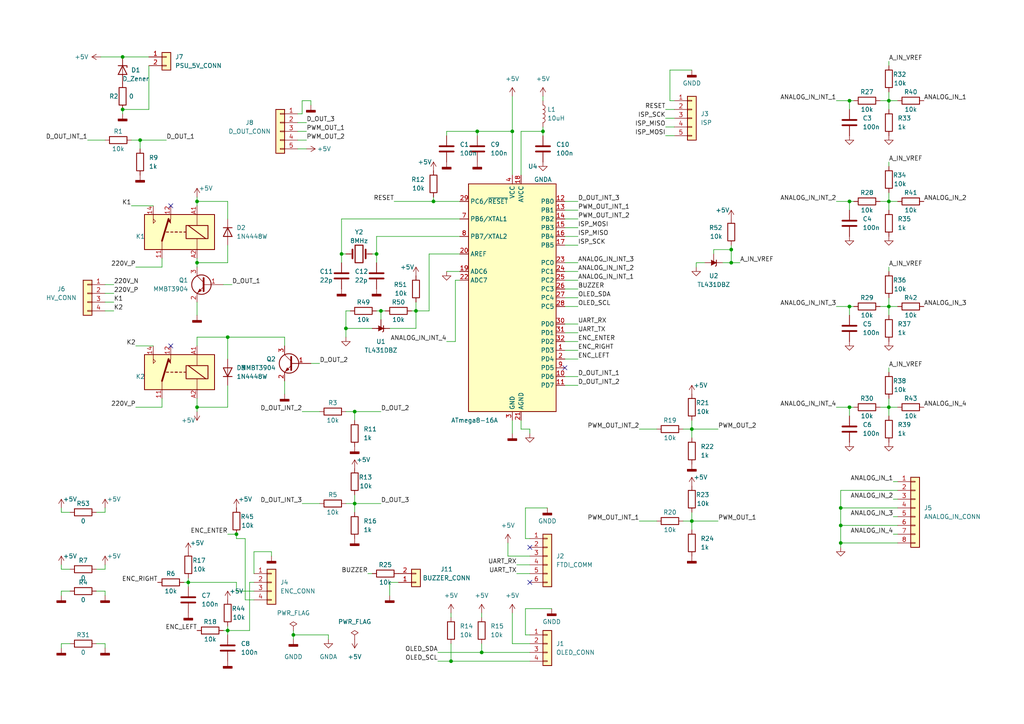
<source format=kicad_sch>
(kicad_sch (version 20211123) (generator eeschema)
  (paper "A4")
  (junction (at 102.87 146.05))
  (junction (at 54.61 168.91))
  (junction (at 246.38 29.21))
  (junction (at 139.7 189.23))
  (junction (at 212.09 76.2))
  (junction (at 68.58 154.94))
  (junction (at 35.56 16.51))
  (junction (at 257.81 58.42))
  (junction (at 246.38 88.9))
  (junction (at 200.66 151.13))
  (junction (at 243.84 147.32))
  (junction (at 246.38 58.42))
  (junction (at 200.66 124.46))
  (junction (at 246.38 118.11))
  (junction (at 99.06 73.66))
  (junction (at 109.22 73.66))
  (junction (at 157.48 38.1))
  (junction (at 110.49 90.17))
  (junction (at 257.81 29.21))
  (junction (at 130.81 191.77))
  (junction (at 100.33 95.25))
  (junction (at 66.04 97.79))
  (junction (at 120.65 90.17))
  (junction (at 257.81 88.9))
  (junction (at 57.15 118.11))
  (junction (at 148.59 38.1))
  (junction (at 125.73 58.42))
  (junction (at 66.04 182.88))
  (junction (at 40.64 40.64))
  (junction (at 138.43 38.1))
  (junction (at 102.87 119.38))
  (junction (at 35.56 31.75))
  (junction (at 257.81 118.11))
  (junction (at 212.09 72.39))
  (junction (at 243.84 152.4))
  (junction (at 85.09 184.15))
  (junction (at 243.84 157.48))
  (junction (at 57.15 76.2))
  (junction (at 57.15 58.42))
  (no_connect (at 153.67 158.75))
  (no_connect (at 153.67 168.91))
  (no_connect (at 49.53 59.69))
  (no_connect (at 49.53 100.33))
  (no_connect (at 163.83 106.68))
  (wire (pts (xy 246.38 120.65) (xy 246.38 118.11)))
  (wire (pts (xy 113.03 168.91) (xy 113.03 172.72)))
  (wire (pts (xy 200.66 148.59) (xy 200.66 151.13)))
  (wire (pts (xy 129.54 38.1) (xy 138.43 38.1)))
  (wire (pts (xy 163.83 88.9) (xy 167.64 88.9)))
  (wire (pts (xy 102.87 146.05) (xy 102.87 148.59)))
  (wire (pts (xy 129.54 78.74) (xy 133.35 78.74)))
  (wire (pts (xy 100.33 90.17) (xy 101.6 90.17)))
  (wire (pts (xy 71.12 173.99) (xy 71.12 156.21)))
  (wire (pts (xy 86.36 38.1) (xy 88.9 38.1)))
  (wire (pts (xy 72.39 168.91) (xy 73.66 168.91)))
  (wire (pts (xy 243.84 147.32) (xy 243.84 152.4)))
  (wire (pts (xy 163.83 104.14) (xy 167.64 104.14)))
  (wire (pts (xy 66.04 118.11) (xy 57.15 118.11)))
  (wire (pts (xy 35.56 31.75) (xy 35.56 33.02)))
  (wire (pts (xy 129.54 99.06) (xy 132.08 99.06)))
  (wire (pts (xy 66.04 76.2) (xy 57.15 76.2)))
  (wire (pts (xy 257.81 58.42) (xy 257.81 60.96)))
  (wire (pts (xy 40.64 40.64) (xy 48.26 40.64)))
  (wire (pts (xy 125.73 58.42) (xy 133.35 58.42)))
  (wire (pts (xy 20.32 171.45) (xy 17.78 171.45)))
  (wire (pts (xy 54.61 167.64) (xy 54.61 168.91)))
  (wire (pts (xy 72.39 182.88) (xy 66.04 182.88)))
  (wire (pts (xy 163.83 96.52) (xy 167.64 96.52)))
  (wire (pts (xy 132.08 81.28) (xy 132.08 99.06)))
  (wire (pts (xy 87.63 33.02) (xy 87.63 29.21)))
  (wire (pts (xy 148.59 27.94) (xy 148.59 38.1)))
  (wire (pts (xy 151.13 50.8) (xy 151.13 38.1)))
  (wire (pts (xy 130.81 191.77) (xy 153.67 191.77)))
  (wire (pts (xy 132.08 81.28) (xy 133.35 81.28)))
  (wire (pts (xy 90.17 29.21) (xy 90.17 30.48)))
  (wire (pts (xy 246.38 60.96) (xy 246.38 58.42)))
  (wire (pts (xy 100.33 95.25) (xy 100.33 90.17)))
  (wire (pts (xy 73.66 160.02) (xy 78.74 160.02)))
  (wire (pts (xy 27.94 165.1) (xy 30.48 165.1)))
  (wire (pts (xy 43.18 19.05) (xy 43.18 31.75)))
  (wire (pts (xy 72.39 168.91) (xy 72.39 182.88)))
  (wire (pts (xy 246.38 29.21) (xy 247.65 29.21)))
  (wire (pts (xy 66.04 111.76) (xy 66.04 118.11)))
  (wire (pts (xy 198.12 151.13) (xy 200.66 151.13)))
  (wire (pts (xy 163.83 93.98) (xy 167.64 93.98)))
  (wire (pts (xy 57.15 58.42) (xy 57.15 59.69)))
  (wire (pts (xy 193.04 36.83) (xy 195.58 36.83)))
  (wire (pts (xy 157.48 29.21) (xy 157.48 27.94)))
  (wire (pts (xy 130.81 177.8) (xy 130.81 179.07)))
  (wire (pts (xy 66.04 182.88) (xy 66.04 184.15)))
  (wire (pts (xy 30.48 87.63) (xy 33.02 87.63)))
  (wire (pts (xy 133.35 73.66) (xy 124.46 73.66)))
  (wire (pts (xy 57.15 57.15) (xy 57.15 58.42)))
  (wire (pts (xy 109.22 90.17) (xy 110.49 90.17)))
  (wire (pts (xy 78.74 160.02) (xy 78.74 161.29)))
  (wire (pts (xy 139.7 177.8) (xy 139.7 179.07)))
  (wire (pts (xy 163.83 60.96) (xy 167.64 60.96)))
  (wire (pts (xy 257.81 29.21) (xy 260.35 29.21)))
  (wire (pts (xy 139.7 186.69) (xy 139.7 189.23)))
  (wire (pts (xy 73.66 166.37) (xy 73.66 160.02)))
  (wire (pts (xy 242.57 118.11) (xy 246.38 118.11)))
  (wire (pts (xy 20.32 186.69) (xy 17.78 186.69)))
  (wire (pts (xy 185.42 124.46) (xy 190.5 124.46)))
  (wire (pts (xy 115.57 168.91) (xy 113.03 168.91)))
  (wire (pts (xy 130.81 191.77) (xy 127 191.77)))
  (wire (pts (xy 130.81 186.69) (xy 130.81 191.77)))
  (wire (pts (xy 40.64 40.64) (xy 40.64 43.18)))
  (wire (pts (xy 86.36 43.18) (xy 88.9 43.18)))
  (wire (pts (xy 17.78 186.69) (xy 17.78 187.96)))
  (wire (pts (xy 120.65 95.25) (xy 120.65 90.17)))
  (wire (pts (xy 35.56 16.51) (xy 43.18 16.51)))
  (wire (pts (xy 120.65 87.63) (xy 120.65 90.17)))
  (wire (pts (xy 82.55 110.49) (xy 82.55 114.3)))
  (wire (pts (xy 54.61 168.91) (xy 54.61 170.18)))
  (wire (pts (xy 259.08 154.94) (xy 260.35 154.94)))
  (wire (pts (xy 125.73 57.15) (xy 125.73 58.42)))
  (wire (pts (xy 64.77 182.88) (xy 66.04 182.88)))
  (wire (pts (xy 17.78 171.45) (xy 17.78 172.72)))
  (wire (pts (xy 30.48 90.17) (xy 33.02 90.17)))
  (wire (pts (xy 257.81 46.99) (xy 257.81 48.26)))
  (wire (pts (xy 200.66 151.13) (xy 200.66 153.67)))
  (wire (pts (xy 163.83 86.36) (xy 167.64 86.36)))
  (wire (pts (xy 167.64 111.76) (xy 163.83 111.76)))
  (wire (pts (xy 73.66 171.45) (xy 68.58 171.45)))
  (wire (pts (xy 54.61 168.91) (xy 68.58 168.91)))
  (wire (pts (xy 129.54 39.37) (xy 129.54 38.1)))
  (wire (pts (xy 259.08 149.86) (xy 260.35 149.86)))
  (wire (pts (xy 207.01 72.39) (xy 212.09 72.39)))
  (wire (pts (xy 109.22 73.66) (xy 109.22 76.2)))
  (wire (pts (xy 151.13 121.92) (xy 151.13 124.46)))
  (wire (pts (xy 257.81 26.67) (xy 257.81 29.21)))
  (wire (pts (xy 193.04 39.37) (xy 195.58 39.37)))
  (wire (pts (xy 29.21 16.51) (xy 35.56 16.51)))
  (wire (pts (xy 102.87 119.38) (xy 110.49 119.38)))
  (wire (pts (xy 194.31 20.32) (xy 200.66 20.32)))
  (wire (pts (xy 246.38 88.9) (xy 247.65 88.9)))
  (wire (pts (xy 66.04 58.42) (xy 57.15 58.42)))
  (wire (pts (xy 260.35 147.32) (xy 243.84 147.32)))
  (wire (pts (xy 57.15 100.33) (xy 57.15 97.79)))
  (wire (pts (xy 66.04 63.5) (xy 66.04 58.42)))
  (wire (pts (xy 30.48 186.69) (xy 30.48 187.96)))
  (wire (pts (xy 200.66 124.46) (xy 208.28 124.46)))
  (wire (pts (xy 260.35 152.4) (xy 243.84 152.4)))
  (wire (pts (xy 99.06 73.66) (xy 99.06 76.2)))
  (wire (pts (xy 259.08 139.7) (xy 260.35 139.7)))
  (wire (pts (xy 163.83 76.2) (xy 167.64 76.2)))
  (wire (pts (xy 200.66 124.46) (xy 200.66 127)))
  (wire (pts (xy 30.48 165.1) (xy 30.48 163.83)))
  (wire (pts (xy 86.36 40.64) (xy 88.9 40.64)))
  (wire (pts (xy 257.81 115.57) (xy 257.81 118.11)))
  (wire (pts (xy 38.1 40.64) (xy 40.64 40.64)))
  (wire (pts (xy 257.81 58.42) (xy 260.35 58.42)))
  (wire (pts (xy 148.59 50.8) (xy 148.59 38.1)))
  (wire (pts (xy 119.38 90.17) (xy 120.65 90.17)))
  (wire (pts (xy 255.27 118.11) (xy 257.81 118.11)))
  (wire (pts (xy 86.36 35.56) (xy 88.9 35.56)))
  (wire (pts (xy 242.57 58.42) (xy 246.38 58.42)))
  (wire (pts (xy 198.12 124.46) (xy 200.66 124.46)))
  (wire (pts (xy 260.35 157.48) (xy 243.84 157.48)))
  (wire (pts (xy 95.25 185.42) (xy 95.25 184.15)))
  (wire (pts (xy 163.83 71.12) (xy 167.64 71.12)))
  (wire (pts (xy 25.4 40.64) (xy 30.48 40.64)))
  (wire (pts (xy 163.83 81.28) (xy 167.64 81.28)))
  (wire (pts (xy 147.32 161.29) (xy 147.32 157.48)))
  (wire (pts (xy 99.06 63.5) (xy 99.06 73.66)))
  (wire (pts (xy 153.67 156.21) (xy 152.4 156.21)))
  (wire (pts (xy 87.63 146.05) (xy 92.71 146.05)))
  (wire (pts (xy 102.87 146.05) (xy 110.49 146.05)))
  (wire (pts (xy 163.83 99.06) (xy 167.64 99.06)))
  (wire (pts (xy 133.35 68.58) (xy 109.22 68.58)))
  (wire (pts (xy 99.06 63.5) (xy 133.35 63.5)))
  (wire (pts (xy 259.08 144.78) (xy 260.35 144.78)))
  (wire (pts (xy 30.48 82.55) (xy 33.02 82.55)))
  (wire (pts (xy 148.59 121.92) (xy 148.59 125.73)))
  (wire (pts (xy 193.04 34.29) (xy 195.58 34.29)))
  (wire (pts (xy 243.84 142.24) (xy 243.84 147.32)))
  (wire (pts (xy 17.78 148.59) (xy 20.32 148.59)))
  (wire (pts (xy 27.94 186.69) (xy 30.48 186.69)))
  (wire (pts (xy 43.18 31.75) (xy 35.56 31.75)))
  (wire (pts (xy 57.15 118.11) (xy 57.15 119.38)))
  (wire (pts (xy 53.34 168.91) (xy 54.61 168.91)))
  (wire (pts (xy 17.78 147.32) (xy 17.78 148.59)))
  (wire (pts (xy 148.59 177.8) (xy 148.59 186.69)))
  (wire (pts (xy 157.48 38.1) (xy 157.48 39.37)))
  (wire (pts (xy 85.09 184.15) (xy 85.09 185.42)))
  (wire (pts (xy 87.63 29.21) (xy 90.17 29.21)))
  (wire (pts (xy 257.81 77.47) (xy 257.81 78.74)))
  (wire (pts (xy 163.83 58.42) (xy 167.64 58.42)))
  (wire (pts (xy 39.37 77.47) (xy 46.99 77.47)))
  (wire (pts (xy 152.4 156.21) (xy 152.4 147.32)))
  (wire (pts (xy 46.99 77.47) (xy 46.99 74.93)))
  (wire (pts (xy 152.4 184.15) (xy 153.67 184.15)))
  (wire (pts (xy 124.46 73.66) (xy 124.46 90.17)))
  (wire (pts (xy 163.83 78.74) (xy 167.64 78.74)))
  (wire (pts (xy 57.15 87.63) (xy 57.15 91.44)))
  (wire (pts (xy 66.04 181.61) (xy 66.04 182.88)))
  (wire (pts (xy 257.81 118.11) (xy 257.81 120.65)))
  (wire (pts (xy 204.47 76.2) (xy 201.93 76.2)))
  (wire (pts (xy 246.38 91.44) (xy 246.38 88.9)))
  (wire (pts (xy 110.49 90.17) (xy 110.49 92.71)))
  (wire (pts (xy 257.81 17.78) (xy 257.81 19.05)))
  (wire (pts (xy 152.4 176.53) (xy 160.02 176.53)))
  (wire (pts (xy 46.99 118.11) (xy 46.99 115.57)))
  (wire (pts (xy 113.03 95.25) (xy 120.65 95.25)))
  (wire (pts (xy 99.06 73.66) (xy 100.33 73.66)))
  (wire (pts (xy 100.33 146.05) (xy 102.87 146.05)))
  (wire (pts (xy 82.55 97.79) (xy 82.55 100.33)))
  (wire (pts (xy 57.15 115.57) (xy 57.15 118.11)))
  (wire (pts (xy 148.59 186.69) (xy 153.67 186.69)))
  (wire (pts (xy 106.68 166.37) (xy 107.95 166.37)))
  (wire (pts (xy 212.09 71.12) (xy 212.09 72.39)))
  (wire (pts (xy 30.48 85.09) (xy 33.02 85.09)))
  (wire (pts (xy 85.09 182.88) (xy 85.09 184.15)))
  (wire (pts (xy 163.83 83.82) (xy 167.64 83.82)))
  (wire (pts (xy 68.58 156.21) (xy 68.58 154.94)))
  (wire (pts (xy 114.3 58.42) (xy 125.73 58.42)))
  (wire (pts (xy 27.94 148.59) (xy 30.48 148.59)))
  (wire (pts (xy 200.66 121.92) (xy 200.66 124.46)))
  (wire (pts (xy 195.58 29.21) (xy 194.31 29.21)))
  (wire (pts (xy 90.17 105.41) (xy 92.71 105.41)))
  (wire (pts (xy 243.84 152.4) (xy 243.84 157.48)))
  (wire (pts (xy 100.33 119.38) (xy 102.87 119.38)))
  (wire (pts (xy 64.77 82.55) (xy 67.31 82.55)))
  (wire (pts (xy 246.38 118.11) (xy 247.65 118.11)))
  (wire (pts (xy 257.81 86.36) (xy 257.81 88.9)))
  (wire (pts (xy 257.81 29.21) (xy 257.81 31.75)))
  (wire (pts (xy 38.1 59.69) (xy 44.45 59.69)))
  (wire (pts (xy 200.66 151.13) (xy 208.28 151.13)))
  (wire (pts (xy 57.15 97.79) (xy 66.04 97.79)))
  (wire (pts (xy 66.04 154.94) (xy 68.58 154.94)))
  (wire (pts (xy 212.09 72.39) (xy 212.09 76.2)))
  (wire (pts (xy 66.04 97.79) (xy 66.04 104.14)))
  (wire (pts (xy 149.86 166.37) (xy 153.67 166.37)))
  (wire (pts (xy 27.94 171.45) (xy 30.48 171.45)))
  (wire (pts (xy 17.78 165.1) (xy 20.32 165.1)))
  (wire (pts (xy 246.38 31.75) (xy 246.38 29.21)))
  (wire (pts (xy 163.83 101.6) (xy 167.64 101.6)))
  (wire (pts (xy 152.4 176.53) (xy 152.4 184.15)))
  (wire (pts (xy 127 189.23) (xy 139.7 189.23)))
  (wire (pts (xy 124.46 90.17) (xy 120.65 90.17)))
  (wire (pts (xy 255.27 29.21) (xy 257.81 29.21)))
  (wire (pts (xy 157.48 36.83) (xy 157.48 38.1)))
  (wire (pts (xy 207.01 73.66) (xy 207.01 72.39)))
  (wire (pts (xy 163.83 66.04) (xy 167.64 66.04)))
  (wire (pts (xy 151.13 38.1) (xy 157.48 38.1)))
  (wire (pts (xy 87.63 119.38) (xy 92.71 119.38)))
  (wire (pts (xy 243.84 157.48) (xy 243.84 158.75)))
  (wire (pts (xy 107.95 73.66) (xy 109.22 73.66)))
  (wire (pts (xy 107.95 95.25) (xy 100.33 95.25)))
  (wire (pts (xy 201.93 76.2) (xy 201.93 77.47)))
  (wire (pts (xy 255.27 58.42) (xy 257.81 58.42)))
  (wire (pts (xy 257.81 88.9) (xy 260.35 88.9)))
  (wire (pts (xy 257.81 55.88) (xy 257.81 58.42)))
  (wire (pts (xy 163.83 63.5) (xy 167.64 63.5)))
  (wire (pts (xy 110.49 90.17) (xy 111.76 90.17)))
  (wire (pts (xy 102.87 119.38) (xy 102.87 121.92)))
  (wire (pts (xy 138.43 38.1) (xy 138.43 39.37)))
  (wire (pts (xy 71.12 156.21) (xy 68.58 156.21)))
  (wire (pts (xy 138.43 38.1) (xy 148.59 38.1)))
  (wire (pts (xy 212.09 76.2) (xy 209.55 76.2)))
  (wire (pts (xy 194.31 29.21) (xy 194.31 20.32)))
  (wire (pts (xy 153.67 161.29) (xy 147.32 161.29)))
  (wire (pts (xy 260.35 142.24) (xy 243.84 142.24)))
  (wire (pts (xy 163.83 109.22) (xy 167.64 109.22)))
  (wire (pts (xy 39.37 118.11) (xy 46.99 118.11)))
  (wire (pts (xy 185.42 151.13) (xy 190.5 151.13)))
  (wire (pts (xy 163.83 68.58) (xy 167.64 68.58)))
  (wire (pts (xy 30.48 171.45) (xy 30.48 172.72)))
  (wire (pts (xy 85.09 184.15) (xy 95.25 184.15)))
  (wire (pts (xy 100.33 95.25) (xy 100.33 97.79)))
  (wire (pts (xy 73.66 173.99) (xy 71.12 173.99)))
  (wire (pts (xy 257.81 118.11) (xy 260.35 118.11)))
  (wire (pts (xy 139.7 189.23) (xy 153.67 189.23)))
  (wire (pts (xy 102.87 143.51) (xy 102.87 146.05)))
  (wire (pts (xy 152.4 147.32) (xy 158.75 147.32)))
  (wire (pts (xy 246.38 58.42) (xy 247.65 58.42)))
  (wire (pts (xy 57.15 76.2) (xy 57.15 74.93)))
  (wire (pts (xy 257.81 106.68) (xy 257.81 107.95)))
  (wire (pts (xy 153.67 124.46) (xy 153.67 125.73)))
  (wire (pts (xy 68.58 171.45) (xy 68.58 168.91)))
  (wire (pts (xy 39.37 100.33) (xy 44.45 100.33)))
  (wire (pts (xy 193.04 31.75) (xy 195.58 31.75)))
  (wire (pts (xy 66.04 97.79) (xy 82.55 97.79)))
  (wire (pts (xy 149.86 163.83) (xy 153.67 163.83)))
  (wire (pts (xy 242.57 88.9) (xy 246.38 88.9)))
  (wire (pts (xy 109.22 68.58) (xy 109.22 73.66)))
  (wire (pts (xy 86.36 33.02) (xy 87.63 33.02)))
  (wire (pts (xy 151.13 124.46) (xy 153.67 124.46)))
  (wire (pts (xy 30.48 148.59) (xy 30.48 147.32)))
  (wire (pts (xy 57.15 76.2) (xy 57.15 77.47)))
  (wire (pts (xy 66.04 71.12) (xy 66.04 76.2)))
  (wire (pts (xy 255.27 88.9) (xy 257.81 88.9)))
  (wire (pts (xy 212.09 76.2) (xy 214.63 76.2)))
  (wire (pts (xy 242.57 29.21) (xy 246.38 29.21)))
  (wire (pts (xy 17.78 163.83) (xy 17.78 165.1)))
  (wire (pts (xy 257.81 88.9) (xy 257.81 91.44)))
  (label "UART_RX" (at 149.86 163.83 180))
  (label "ISP_MISO" (at 167.64 68.58 0))
  (label "PWM_OUT_1" (at 208.28 151.13 0))
  (label "ANALOG_IN_INT_3" (at 242.57 88.9 180))
  (label "ANALOG_IN_INT_1" (at 167.64 81.28 0))
  (label "UART_TX" (at 149.86 166.37 180))
  (label "ANALOG_IN_3" (at 267.97 88.9 0))
  (label "ENC_ENTER" (at 167.64 99.06 0))
  (label "A_IN_VREF" (at 257.81 106.68 0))
  (label "ANALOG_IN_4" (at 267.97 118.11 0))
  (label "A_IN_VREF" (at 257.81 17.78 0))
  (label "PWM_OUT_INT_1" (at 185.42 151.13 180))
  (label "RESET" (at 114.3 58.42 180))
  (label "PWM_OUT_1" (at 88.9 38.1 0))
  (label "ENC_ENTER" (at 66.04 154.94 180))
  (label "UART_TX" (at 167.64 96.52 0))
  (label "ANALOG_IN_INT_3" (at 167.64 76.2 0))
  (label "A_IN_VREF" (at 214.63 76.2 0))
  (label "RESET" (at 193.04 31.75 180))
  (label "D_OUT_3" (at 110.49 146.05 0))
  (label "ANALOG_IN_2" (at 259.08 144.78 180))
  (label "UART_RX" (at 167.64 93.98 0))
  (label "D_OUT_INT_1" (at 25.4 40.64 180))
  (label "ANALOG_IN_2" (at 267.97 58.42 0))
  (label "ANALOG_IN_INT_4" (at 129.54 99.06 180))
  (label "ISP_MISO" (at 193.04 36.83 180))
  (label "D_OUT_2" (at 92.71 105.41 0))
  (label "D_OUT_INT_2" (at 167.64 111.76 0))
  (label "OLED_SDA" (at 127 189.23 180))
  (label "K2" (at 33.02 90.17 0))
  (label "PWM_OUT_INT_2" (at 167.64 63.5 0))
  (label "OLED_SCL" (at 127 191.77 180))
  (label "OLED_SDA" (at 167.64 86.36 0))
  (label "ISP_MOSI" (at 193.04 39.37 180))
  (label "ISP_SCK" (at 193.04 34.29 180))
  (label "220V_P" (at 39.37 118.11 180))
  (label "A_IN_VREF" (at 257.81 46.99 0))
  (label "ENC_RIGHT" (at 45.72 168.91 180))
  (label "220V_P" (at 33.02 85.09 0))
  (label "D_OUT_INT_2" (at 87.63 119.38 180))
  (label "PWM_OUT_2" (at 88.9 40.64 0))
  (label "ISP_MOSI" (at 167.64 66.04 0))
  (label "OLED_SCL" (at 167.64 88.9 0))
  (label "ANALOG_IN_4" (at 259.08 154.94 180))
  (label "ANALOG_IN_INT_4" (at 242.57 118.11 180))
  (label "ENC_LEFT" (at 57.15 182.88 180))
  (label "D_OUT_2" (at 110.49 119.38 0))
  (label "ANALOG_IN_INT_2" (at 242.57 58.42 180))
  (label "K2" (at 39.37 100.33 180))
  (label "K1" (at 38.1 59.69 180))
  (label "ANALOG_IN_INT_1" (at 242.57 29.21 180))
  (label "ANALOG_IN_INT_2" (at 167.64 78.74 0))
  (label "A_IN_VREF" (at 257.81 77.47 0))
  (label "D_OUT_1" (at 67.31 82.55 0))
  (label "D_OUT_INT_3" (at 167.64 58.42 0))
  (label "D_OUT_3" (at 88.9 35.56 0))
  (label "ANALOG_IN_3" (at 259.08 149.86 180))
  (label "PWM_OUT_2" (at 208.28 124.46 0))
  (label "ANALOG_IN_1" (at 259.08 139.7 180))
  (label "BUZZER" (at 167.64 83.82 0))
  (label "PWM_OUT_INT_2" (at 185.42 124.46 180))
  (label "D_OUT_INT_3" (at 87.63 146.05 180))
  (label "BUZZER" (at 106.68 166.37 180))
  (label "PWM_OUT_INT_1" (at 167.64 60.96 0))
  (label "ISP_SCK" (at 167.64 71.12 0))
  (label "ENC_LEFT" (at 167.64 104.14 0))
  (label "ENC_RIGHT" (at 167.64 101.6 0))
  (label "220V_N" (at 33.02 82.55 0))
  (label "D_OUT_1" (at 48.26 40.64 0))
  (label "D_OUT_INT_1" (at 167.64 109.22 0))
  (label "220V_P" (at 39.37 77.47 180))
  (label "ANALOG_IN_1" (at 267.97 29.21 0))
  (label "K1" (at 33.02 87.63 0))
  (symbol (lib_id "Device:R") (at 125.73 53.34 0) (mirror y) (unit 1)
    (property "Reference" "R12" (at 123.19 52.0699 0) (effects (justify left)))
    (property "Value" "10k" (at 123.19 54.6099 0) (effects (justify left)))
    (property "Footprint" "Resistor_SMD:R_0805_2012Metric" (effects hide))
  )
  (symbol (lib_id "Device:C") (at 246.38 124.46 0) (unit 1)
    (property "Reference" "C6" (at 250.19 123.1899 0) (effects (justify left)))
    (property "Value" "100n" (at 250.19 125.7299 0) (effects (justify left)))
    (property "Footprint" "Capacitor_SMD:C_0805_2012Metric" (effects hide))
  )
  (symbol (lib_id "Device:R") (at 102.87 139.7 0) (mirror y) (unit 1)
    (property "Reference" "R13" (at 107.95 138.43 0) (effects (justify left)))
    (property "Value" "10k" (at 107.95 140.97 0) (effects (justify left)))
    (property "Footprint" "Resistor_SMD:R_1206_3216Metric" (effects hide))
  )
  (symbol (lib_id "Connector_Generic:Conn_01x08") (at 265.43 147.32 0) (unit 1)
    (property "Reference" "J5" (at 267.97 147.3199 0) (effects (justify left)))
    (property "Value" "ANALOG_IN_CONN" (at 267.97 149.8599 0) (effects (justify left)))
    (property "Footprint" "myLibrary:my_8pin_smd_conn" (effects hide))
  )
  (symbol (lib_id "Relay:FINDER-36.11") (at 52.07 67.31 0) (mirror y) (unit 1)
    (property "Reference" "K1" (at 39.37 68.58 0) (effects (justify right)))
    (property "Value" "FINDER-36.11" (effects hide))
    (property "Footprint" "Relay_THT:Relay_SPDT_Finder_36.11" (effects hide))
    (property "Datasheet" "https://gfinder.findernet.com/public/attachments/36/EN/S36EN.pdf" (effects hide))
  )
  (symbol (lib_id "power:GNDA") (at 246.38 68.58 0) (unit 1)
    (property "Reference" "#PWR034" (effects hide))
    (property "Value" "GNDA" (effects hide))
  )
  (symbol (lib_id "power:GNDA") (at 95.25 185.42 0) (unit 1)
    (property "Reference" "#PWR010" (effects hide))
    (property "Value" "GNDA" (at 95.25 190.5 0))
  )
  (symbol (lib_id "power:+5V") (at 130.81 177.8 0) (unit 1)
    (property "Reference" "#PWR035" (effects hide))
    (property "Value" "+5V" (at 130.81 172.72 0))
  )
  (symbol (lib_id "power:GNDA") (at 153.67 125.73 0) (unit 1)
    (property "Reference" "#PWR068" (effects hide))
    (property "Value" "GNDA" (effects hide))
  )
  (symbol (lib_id "Device:R") (at 34.29 40.64 90) (unit 1)
    (property "Reference" "R1" (at 34.29 38.1 90))
    (property "Value" "10k" (at 34.29 43.18 90))
    (property "Footprint" "Resistor_SMD:R_0805_2012Metric" (effects hide))
  )
  (symbol (lib_id "power:GNDD") (at 57.15 91.44 0) (unit 1)
    (property "Reference" "#PWR012" (effects hide))
    (property "Value" "GNDD" (effects hide))
  )
  (symbol (lib_id "Device:R") (at 40.64 46.99 0) (unit 1)
    (property "Reference" "R9" (at 43.18 45.7199 0) (effects (justify left)))
    (property "Value" "1k" (at 43.18 48.2599 0) (effects (justify left)))
    (property "Footprint" "Resistor_SMD:R_0805_2012Metric" (effects hide))
  )
  (symbol (lib_id "Device:R") (at 96.52 146.05 90) (unit 1)
    (property "Reference" "R5" (at 96.52 143.51 90))
    (property "Value" "10k" (at 96.52 148.59 90))
    (property "Footprint" "Resistor_SMD:R_0805_2012Metric" (effects hide))
  )
  (symbol (lib_id "Device:R") (at 60.96 182.88 90) (unit 1)
    (property "Reference" "R18" (at 60.96 180.34 90))
    (property "Value" "10k" (at 60.96 185.42 90))
    (property "Footprint" "Resistor_SMD:R_0805_2012Metric" (effects hide))
  )
  (symbol (lib_id "Device:R") (at 200.66 157.48 0) (unit 1)
    (property "Reference" "R24" (at 203.2 156.2099 0) (effects (justify left)))
    (property "Value" "1k" (at 203.2 158.7499 0) (effects (justify left)))
    (property "Footprint" "Resistor_SMD:R_0805_2012Metric" (effects hide))
  )
  (symbol (lib_id "Device:R") (at 24.13 171.45 90) (unit 1)
    (property "Reference" "R4" (at 24.13 168.91 90))
    (property "Value" "0" (at 24.13 173.99 90))
    (property "Footprint" "Resistor_SMD:R_1206_3216Metric" (effects hide))
  )
  (symbol (lib_id "Reference_Voltage:TL431DBZ") (at 207.01 76.2 0) (unit 1)
    (property "Reference" "U2" (at 207.01 80.01 0))
    (property "Value" "TL431DBZ" (at 207.01 82.55 0))
    (property "Footprint" "Package_TO_SOT_SMD:SOT-23" (effects hide))
    (property "Datasheet" "http://www.ti.com/lit/ds/symlink/tl431.pdf" (effects hide))
  )
  (symbol (lib_id "power:+5V") (at 212.09 63.5 0) (mirror y) (unit 1)
    (property "Reference" "#PWR047" (effects hide))
    (property "Value" "+5V" (at 209.55 60.96 0))
  )
  (symbol (lib_id "Device:C") (at 99.06 80.01 0) (unit 1)
    (property "Reference" "C11" (at 92.71 78.74 0) (effects (justify left)))
    (property "Value" "22p" (at 92.71 81.28 0) (effects (justify left)))
    (property "Footprint" "Capacitor_SMD:C_0603_1608Metric" (effects hide))
  )
  (symbol (lib_id "Device:R") (at 264.16 88.9 90) (unit 1)
    (property "Reference" "R42" (at 264.16 86.36 90))
    (property "Value" "10k" (at 264.16 91.44 90))
    (property "Footprint" "Resistor_SMD:R_0805_2012Metric" (effects hide))
  )
  (symbol (lib_id "power:GNDD") (at 30.48 172.72 0) (unit 1)
    (property "Reference" "#PWR063" (effects hide))
    (property "Value" "GNDD" (effects hide))
  )
  (symbol (lib_id "power:+5V") (at 102.87 135.89 0) (mirror y) (unit 1)
    (property "Reference" "#PWR011" (effects hide))
    (property "Value" "+5V" (at 105.41 133.35 0))
  )
  (symbol (lib_id "power:+5V") (at 200.66 140.97 0) (mirror y) (unit 1)
    (property "Reference" "#PWR018" (effects hide))
    (property "Value" "+5V" (at 203.2 138.43 0))
  )
  (symbol (lib_id "power:GNDD") (at 99.06 83.82 0) (unit 1)
    (property "Reference" "#PWR040" (effects hide))
    (property "Value" "GNDD" (effects hide))
  )
  (symbol (lib_id "Device:R") (at 251.46 88.9 90) (unit 1)
    (property "Reference" "R29" (at 251.46 86.36 90))
    (property "Value" "10k" (at 251.46 91.44 90))
    (property "Footprint" "Resistor_SMD:R_0805_2012Metric" (effects hide))
  )
  (symbol (lib_id "Device:Crystal") (at 104.14 73.66 0) (unit 1)
    (property "Reference" "Y2" (at 104.14 67.31 0))
    (property "Value" "8MHz" (at 104.14 69.85 0))
    (property "Footprint" "Crystal:Crystal_HC18-U_Vertical" (effects hide))
  )
  (symbol (lib_id "power:+5V") (at 57.15 119.38 0) (mirror x) (unit 1)
    (property "Reference" "#PWR013" (effects hide))
    (property "Value" "+5V" (at 54.61 121.92 0))
  )
  (symbol (lib_id "power:GNDD") (at 138.43 46.99 0) (unit 1)
    (property "Reference" "#PWR027" (effects hide))
    (property "Value" "GNDD" (effects hide))
  )
  (symbol (lib_id "Device:R") (at 139.7 182.88 0) (unit 1)
    (property "Reference" "R15" (at 142.24 181.6099 0) (effects (justify left)))
    (property "Value" "10k" (at 142.24 184.1499 0) (effects (justify left)))
    (property "Footprint" "Resistor_SMD:R_0805_2012Metric" (effects hide))
  )
  (symbol (lib_id "Device:R") (at 257.81 111.76 0) (mirror y) (unit 1)
    (property "Reference" "R38" (at 262.89 110.49 0) (effects (justify left)))
    (property "Value" "10k" (at 262.89 113.03 0) (effects (justify left)))
    (property "Footprint" "Resistor_SMD:R_0805_2012Metric" (effects hide))
  )
  (symbol (lib_id "Device:R") (at 257.81 95.25 0) (unit 1)
    (property "Reference" "R37" (at 260.35 93.9799 0) (effects (justify left)))
    (property "Value" "1k" (at 260.35 96.5199 0) (effects (justify left)))
    (property "Footprint" "Resistor_SMD:R_0805_2012Metric" (effects hide))
  )
  (symbol (lib_id "power:GNDA") (at 257.81 128.27 0) (unit 1)
    (property "Reference" "#PWR051" (effects hide))
    (property "Value" "GNDA" (effects hide))
  )
  (symbol (lib_id "power:+5V") (at 29.21 16.51 90) (unit 1)
    (property "Reference" "#PWR026" (effects hide))
    (property "Value" "+5V" (at 21.59 16.51 90) (effects (justify right)))
  )
  (symbol (lib_id "power:GNDD") (at 109.22 83.82 0) (unit 1)
    (property "Reference" "#PWR049" (effects hide))
    (property "Value" "GNDD" (effects hide))
  )
  (symbol (lib_id "Device:R") (at 194.31 124.46 90) (unit 1)
    (property "Reference" "R19" (at 194.31 121.92 90))
    (property "Value" "10k" (at 194.31 127 90))
    (property "Footprint" "Resistor_SMD:R_0805_2012Metric" (effects hide))
  )
  (symbol (lib_id "power:GNDA") (at 100.33 97.79 0) (unit 1)
    (property "Reference" "#PWR025" (effects hide))
    (property "Value" "GNDA" (effects hide))
  )
  (symbol (lib_id "Diode:1N4448W") (at 66.04 67.31 270) (unit 1)
    (property "Reference" "D2" (at 68.58 66.0399 90) (effects (justify left)))
    (property "Value" "1N4448W" (at 68.58 68.5799 90) (effects (justify left)))
    (property "Footprint" "Diode_SMD:D_SOD-123" (effects hide))
    (property "Datasheet" "https://www.vishay.com/docs/85722/1n4448w.pdf" (effects hide))
  )
  (symbol (lib_id "Reference_Voltage:TL431DBZ") (at 110.49 95.25 0) (unit 1)
    (property "Reference" "U1" (at 110.49 99.06 0))
    (property "Value" "TL431DBZ" (at 110.49 101.6 0))
    (property "Footprint" "Package_TO_SOT_SMD:SOT-23" (effects hide))
    (property "Datasheet" "http://www.ti.com/lit/ds/symlink/tl431.pdf" (effects hide))
  )
  (symbol (lib_id "power:GNDA") (at 129.54 78.74 0) (unit 1)
    (property "Reference" "#PWR0101" (effects hide))
    (property "Value" "GNDA" (effects hide))
  )
  (symbol (lib_id "Device:R") (at 200.66 130.81 0) (unit 1)
    (property "Reference" "R22" (at 203.2 129.5399 0) (effects (justify left)))
    (property "Value" "1k" (at 203.2 132.0799 0) (effects (justify left)))
    (property "Footprint" "Resistor_SMD:R_0805_2012Metric" (effects hide))
  )
  (symbol (lib_id "Device:R") (at 24.13 165.1 90) (unit 1)
    (property "Reference" "R7" (at 24.13 162.56 90))
    (property "Value" "0" (at 24.13 167.64 90))
    (property "Footprint" "Resistor_SMD:R_1206_3216Metric" (effects hide))
  )
  (symbol (lib_id "Device:D_Zener") (at 35.56 20.32 270) (unit 1)
    (property "Reference" "D1" (at 39.37 20.32 90))
    (property "Value" "D_Zener" (at 39.37 22.86 90))
    (property "Footprint" "Diode_SMD:D_SOD-123" (effects hide))
  )
  (symbol (lib_id "power:GNDD") (at 102.87 129.54 0) (unit 1)
    (property "Reference" "#PWR054" (effects hide))
    (property "Value" "GNDD" (effects hide))
  )
  (symbol (lib_id "Transistor_BJT:MMBT3904") (at 59.69 82.55 0) (mirror y) (unit 1)
    (property "Reference" "Q1" (at 54.61 81.2799 0) (effects (justify left)))
    (property "Value" "MMBT3904" (at 54.61 83.8199 0) (effects (justify left)))
    (property "Footprint" "Package_TO_SOT_SMD:SOT-23" (effects hide))
    (property "Datasheet" "https://www.onsemi.com/pub/Collateral/2N3903-D.PDF" (effects hide))
  )
  (symbol (lib_id "power:PWR_FLAG") (at 85.09 182.88 0) (unit 1)
    (property "Reference" "#FLG01" (effects hide))
    (property "Value" "PWR_FLAG" (at 85.09 177.8 0))
  )
  (symbol (lib_id "power:GNDD") (at 160.02 176.53 0) (unit 1)
    (property "Reference" "#PWR030" (effects hide))
    (property "Value" "GNDD" (at 160.02 180.34 0))
  )
  (symbol (lib_id "power:GNDD") (at 17.78 172.72 0) (unit 1)
    (property "Reference" "#PWR062" (effects hide))
    (property "Value" "GNDD" (effects hide))
  )
  (symbol (lib_id "Device:C") (at 246.38 64.77 0) (unit 1)
    (property "Reference" "C4" (at 250.19 63.4999 0) (effects (justify left)))
    (property "Value" "100n" (at 250.19 66.0399 0) (effects (justify left)))
    (property "Footprint" "Capacitor_SMD:C_0805_2012Metric" (effects hide))
  )
  (symbol (lib_id "power:GNDD") (at 158.75 147.32 0) (unit 1)
    (property "Reference" "#PWR04" (effects hide))
    (property "Value" "GNDD" (at 158.75 151.13 0))
  )
  (symbol (lib_id "power:+5V") (at 148.59 177.8 0) (unit 1)
    (property "Reference" "#PWR029" (effects hide))
    (property "Value" "+5V" (at 148.59 172.72 0))
  )
  (symbol (lib_id "power:GNDD") (at 148.59 125.73 0) (unit 1)
    (property "Reference" "#PWR033" (effects hide))
    (property "Value" "GNDD" (effects hide))
  )
  (symbol (lib_id "Transistor_BJT:MMBT3904") (at 85.09 105.41 0) (mirror y) (unit 1)
    (property "Reference" "Q2" (at 80.01 104.1399 0) (effects (justify left)))
    (property "Value" "MMBT3904" (at 80.01 106.6799 0) (effects (justify left)))
    (property "Footprint" "Package_TO_SOT_SMD:SOT-23" (effects hide))
    (property "Datasheet" "https://www.onsemi.com/pub/Collateral/2N3903-D.PDF" (effects hide))
  )
  (symbol (lib_id "Device:R") (at 54.61 163.83 0) (mirror y) (unit 1)
    (property "Reference" "R17" (at 59.69 162.56 0) (effects (justify left)))
    (property "Value" "10k" (at 59.69 165.1 0) (effects (justify left)))
    (property "Footprint" "Resistor_SMD:R_1206_3216Metric" (effects hide))
  )
  (symbol (lib_id "Relay:FINDER-36.11") (at 52.07 107.95 0) (mirror y) (unit 1)
    (property "Reference" "K2" (at 39.37 109.22 0) (effects (justify right)))
    (property "Value" "FINDER-36.11" (effects hide))
    (property "Footprint" "Relay_THT:Relay_SPDT_Finder_36.11" (effects hide))
    (property "Datasheet" "https://gfinder.findernet.com/public/attachments/36/EN/S36EN.pdf" (effects hide))
  )
  (symbol (lib_id "Device:R") (at 264.16 29.21 90) (unit 1)
    (property "Reference" "R40" (at 264.16 26.67 90))
    (property "Value" "10k" (at 264.16 31.75 90))
    (property "Footprint" "Resistor_SMD:R_0805_2012Metric" (effects hide))
  )
  (symbol (lib_id "Device:C") (at 66.04 187.96 0) (unit 1)
    (property "Reference" "C8" (at 69.85 186.6899 0) (effects (justify left)))
    (property "Value" "100n" (at 69.85 189.2299 0) (effects (justify left)))
    (property "Footprint" "Capacitor_SMD:C_0805_2012Metric" (effects hide))
  )
  (symbol (lib_id "Device:R") (at 257.81 64.77 0) (unit 1)
    (property "Reference" "R35" (at 260.35 63.4999 0) (effects (justify left)))
    (property "Value" "1k" (at 260.35 66.0399 0) (effects (justify left)))
    (property "Footprint" "Resistor_SMD:R_0805_2012Metric" (effects hide))
  )
  (symbol (lib_id "Connector_Generic:Conn_01x05") (at 81.28 38.1 0) (mirror y) (unit 1)
    (property "Reference" "J8" (at 72.39 35.56 0))
    (property "Value" "D_OUT_CONN" (at 72.39 38.1 0))
    (property "Footprint" "myLibrary:my_5pin_snd_conn" (effects hide))
  )
  (symbol (lib_id "power:GNDD") (at 85.09 185.42 0) (unit 1)
    (property "Reference" "#PWR06" (effects hide))
    (property "Value" "GNDD" (at 85.09 190.5 0))
  )
  (symbol (lib_id "Device:R") (at 102.87 125.73 0) (unit 1)
    (property "Reference" "R11" (at 105.41 124.4599 0) (effects (justify left)))
    (property "Value" "1k" (at 105.41 126.9999 0) (effects (justify left)))
    (property "Footprint" "Resistor_SMD:R_0805_2012Metric" (effects hide))
  )
  (symbol (lib_id "Device:C") (at 157.48 43.18 0) (unit 1)
    (property "Reference" "C10" (at 161.29 41.9099 0) (effects (justify left)))
    (property "Value" "100n" (at 161.29 44.4499 0) (effects (justify left)))
    (property "Footprint" "Capacitor_SMD:C_0805_2012Metric" (effects hide))
  )
  (symbol (lib_id "power:GNDD") (at 30.48 187.96 0) (unit 1)
    (property "Reference" "#PWR067" (effects hide))
    (property "Value" "GNDD" (effects hide))
  )
  (symbol (lib_id "Device:R") (at 49.53 168.91 90) (unit 1)
    (property "Reference" "R6" (at 49.53 166.37 90))
    (property "Value" "10k" (at 49.53 171.45 90))
    (property "Footprint" "Resistor_SMD:R_0805_2012Metric" (effects hide))
  )
  (symbol (lib_id "Device:R") (at 115.57 90.17 90) (unit 1)
    (property "Reference" "R50" (at 115.57 87.63 90))
    (property "Value" "10k" (at 115.57 92.71 90))
    (property "Footprint" "Resistor_SMD:R_0805_2012Metric" (effects hide))
  )
  (symbol (lib_id "power:+5V") (at 200.66 114.3 0) (mirror y) (unit 1)
    (property "Reference" "#PWR015" (effects hide))
    (property "Value" "+5V" (at 203.2 111.76 0))
  )
  (symbol (lib_id "power:GNDD") (at 54.61 177.8 0) (unit 1)
    (property "Reference" "#PWR017" (effects hide))
    (property "Value" "GNDD" (effects hide))
  )
  (symbol (lib_id "Device:R") (at 111.76 166.37 90) (unit 1)
    (property "Reference" "R25" (at 111.76 163.83 90))
    (property "Value" "10k" (at 111.76 168.91 90))
    (property "Footprint" "Resistor_SMD:R_0805_2012Metric" (effects hide))
  )
  (symbol (lib_id "power:+5V") (at 54.61 160.02 0) (mirror y) (unit 1)
    (property "Reference" "#PWR016" (effects hide))
    (property "Value" "+5V" (at 57.15 157.48 0))
  )
  (symbol (lib_id "Connector_Generic:Conn_01x04") (at 158.75 186.69 0) (unit 1)
    (property "Reference" "J1" (at 161.29 186.6899 0) (effects (justify left)))
    (property "Value" "OLED_CONN" (at 161.29 189.2299 0) (effects (justify left)))
    (property "Footprint" "Connector_PinHeader_2.54mm:PinHeader_1x04_P2.54mm_Vertical" (effects hide))
  )
  (symbol (lib_id "Device:R") (at 24.13 148.59 90) (unit 1)
    (property "Reference" "R53" (at 24.13 146.05 90))
    (property "Value" "0" (at 24.13 151.13 90))
    (property "Footprint" "Resistor_SMD:R_1206_3216Metric" (effects hide))
  )
  (symbol (lib_id "power:+5V") (at 30.48 147.32 0) (mirror y) (unit 1)
    (property "Reference" "#PWR061" (effects hide))
    (property "Value" "+5V" (at 33.02 144.78 0))
  )
  (symbol (lib_id "power:GNDA") (at 243.84 158.75 0) (unit 1)
    (property "Reference" "#PWR050" (effects hide))
    (property "Value" "GNDA" (effects hide))
  )
  (symbol (lib_id "Device:R") (at 102.87 152.4 0) (unit 1)
    (property "Reference" "R16" (at 105.41 151.1299 0) (effects (justify left)))
    (property "Value" "1k" (at 105.41 153.6699 0) (effects (justify left)))
    (property "Footprint" "Resistor_SMD:R_0805_2012Metric" (effects hide))
  )
  (symbol (lib_id "power:+5V") (at 148.59 27.94 0) (unit 1)
    (property "Reference" "#PWR032" (effects hide))
    (property "Value" "+5V" (at 148.59 22.86 0))
  )
  (symbol (lib_id "Device:R") (at 257.81 35.56 0) (unit 1)
    (property "Reference" "R33" (at 260.35 34.2899 0) (effects (justify left)))
    (property "Value" "1k" (at 260.35 36.8299 0) (effects (justify left)))
    (property "Footprint" "Resistor_SMD:R_0805_2012Metric" (effects hide))
  )
  (symbol (lib_id "Device:R") (at 264.16 118.11 90) (unit 1)
    (property "Reference" "R43" (at 264.16 115.57 90))
    (property "Value" "10k" (at 264.16 120.65 90))
    (property "Footprint" "Resistor_SMD:R_0805_2012Metric" (effects hide))
  )
  (symbol (lib_id "Device:R") (at 120.65 83.82 0) (mirror y) (unit 1)
    (property "Reference" "R51" (at 118.11 82.5499 0) (effects (justify left)))
    (property "Value" "10k" (at 118.11 85.0899 0) (effects (justify left)))
    (property "Footprint" "Resistor_SMD:R_0805_2012Metric" (effects hide))
  )
  (symbol (lib_id "Device:R") (at 130.81 182.88 0) (unit 1)
    (property "Reference" "R14" (at 133.35 181.6099 0) (effects (justify left)))
    (property "Value" "10k" (at 133.35 184.1499 0) (effects (justify left)))
    (property "Footprint" "Resistor_SMD:R_0805_2012Metric" (effects hide))
  )
  (symbol (lib_id "Device:R") (at 257.81 124.46 0) (unit 1)
    (property "Reference" "R39" (at 260.35 123.1899 0) (effects (justify left)))
    (property "Value" "1k" (at 260.35 125.7299 0) (effects (justify left)))
    (property "Footprint" "Resistor_SMD:R_0805_2012Metric" (effects hide))
  )
  (symbol (lib_id "Device:R") (at 251.46 58.42 90) (unit 1)
    (property "Reference" "R28" (at 251.46 55.88 90))
    (property "Value" "10k" (at 251.46 60.96 90))
    (property "Footprint" "Resistor_SMD:R_0805_2012Metric" (effects hide))
  )
  (symbol (lib_id "power:GNDD") (at 35.56 33.02 0) (unit 1)
    (property "Reference" "#PWR024" (effects hide))
    (property "Value" "GNDD" (effects hide))
  )
  (symbol (lib_id "Device:R") (at 105.41 90.17 90) (unit 1)
    (property "Reference" "R49" (at 105.41 87.63 90))
    (property "Value" "10k" (at 105.41 92.71 90))
    (property "Footprint" "Resistor_SMD:R_0805_2012Metric" (effects hide))
  )
  (symbol (lib_id "Device:C") (at 138.43 43.18 0) (unit 1)
    (property "Reference" "C9" (at 142.24 41.9099 0) (effects (justify left)))
    (property "Value" "100n" (at 142.24 44.4499 0) (effects (justify left)))
    (property "Footprint" "Capacitor_SMD:C_0805_2012Metric" (effects hide))
  )
  (symbol (lib_id "power:GNDD") (at 66.04 191.77 0) (unit 1)
    (property "Reference" "#PWR021" (effects hide))
    (property "Value" "GNDD" (effects hide))
  )
  (symbol (lib_id "power:GNDD") (at 200.66 134.62 0) (unit 1)
    (property "Reference" "#PWR057" (effects hide))
    (property "Value" "GNDD" (effects hide))
  )
  (symbol (lib_id "Device:R") (at 24.13 186.69 90) (unit 1)
    (property "Reference" "R31" (at 24.13 184.15 90))
    (property "Value" "0" (at 24.13 189.23 90))
    (property "Footprint" "Resistor_SMD:R_1206_3216Metric" (effects hide))
  )
  (symbol (lib_id "power:GNDD") (at 129.54 46.99 0) (unit 1)
    (property "Reference" "#PWR019" (effects hide))
    (property "Value" "GNDD" (effects hide))
  )
  (symbol (lib_id "power:+5V") (at 17.78 163.83 0) (mirror y) (unit 1)
    (property "Reference" "#PWR01" (effects hide))
    (property "Value" "+5V" (at 20.32 161.29 0))
  )
  (symbol (lib_id "power:GNDD") (at 40.64 50.8 0) (unit 1)
    (property "Reference" "#PWR02" (effects hide))
    (property "Value" "GNDD" (effects hide))
  )
  (symbol (lib_id "Device:R") (at 251.46 29.21 90) (unit 1)
    (property "Reference" "R27" (at 251.46 26.67 90))
    (property "Value" "10k" (at 251.46 31.75 90))
    (property "Footprint" "Resistor_SMD:R_0805_2012Metric" (effects hide))
  )
  (symbol (lib_id "power:GNDA") (at 157.48 46.99 0) (unit 1)
    (property "Reference" "#PWR037" (effects hide))
    (property "Value" "GNDA" (at 157.48 52.07 0))
  )
  (symbol (lib_id "power:+5V") (at 157.48 27.94 0) (unit 1)
    (property "Reference" "#PWR036" (effects hide))
    (property "Value" "+5V" (at 157.48 22.86 0))
  )
  (symbol (lib_id "power:PWR_FLAG") (at 102.87 185.42 0) (unit 1)
    (property "Reference" "#FLG04" (effects hide))
    (property "Value" "PWR_FLAG" (at 102.87 180.34 0))
  )
  (symbol (lib_id "power:+5V") (at 120.65 80.01 0) (mirror y) (unit 1)
    (property "Reference" "#PWR042" (effects hide))
    (property "Value" "+5V" (at 118.11 77.47 0))
  )
  (symbol (lib_id "Device:C") (at 246.38 95.25 0) (unit 1)
    (property "Reference" "C5" (at 250.19 93.9799 0) (effects (justify left)))
    (property "Value" "100n" (at 250.19 96.5199 0) (effects (justify left)))
    (property "Footprint" "Capacitor_SMD:C_0805_2012Metric" (effects hide))
  )
  (symbol (lib_id "power:GNDA") (at 257.81 68.58 0) (unit 1)
    (property "Reference" "#PWR046" (effects hide))
    (property "Value" "GNDA" (effects hide))
  )
  (symbol (lib_id "power:+5V") (at 147.32 157.48 0) (unit 1)
    (property "Reference" "#PWR03" (effects hide))
    (property "Value" "+5V" (at 147.32 152.4 0))
  )
  (symbol (lib_id "Device:L") (at 157.48 33.02 0) (unit 1)
    (property "Reference" "L1" (at 158.75 31.7499 0) (effects (justify left)))
    (property "Value" "10uH" (at 158.75 34.2899 0) (effects (justify left)))
    (property "Footprint" "Inductor_SMD:L_0805_2012Metric" (effects hide))
  )
  (symbol (lib_id "power:+5V") (at 139.7 177.8 0) (unit 1)
    (property "Reference" "#PWR039" (effects hide))
    (property "Value" "+5V" (at 139.7 172.72 0))
  )
  (symbol (lib_id "Connector_Generic:Conn_01x05") (at 200.66 34.29 0) (unit 1)
    (property "Reference" "J3" (at 203.2 33.0199 0) (effects (justify left)))
    (property "Value" "ISP" (at 203.2 35.5599 0) (effects (justify left)))
    (property "Footprint" "Connector_PinSocket_2.54mm:PinSocket_1x05_P2.54mm_Vertical" (effects hide))
  )
  (symbol (lib_id "Device:C") (at 109.22 80.01 0) (unit 1)
    (property "Reference" "C12" (at 102.87 78.74 0) (effects (justify left)))
    (property "Value" "22p" (at 102.87 81.28 0) (effects (justify left)))
    (property "Footprint" "Capacitor_SMD:C_0603_1608Metric" (effects hide))
  )
  (symbol (lib_id "Device:R") (at 194.31 151.13 90) (unit 1)
    (property "Reference" "R20" (at 194.31 148.59 90))
    (property "Value" "10k" (at 194.31 153.67 90))
    (property "Footprint" "Resistor_SMD:R_0805_2012Metric" (effects hide))
  )
  (symbol (lib_id "Device:R") (at 200.66 118.11 0) (mirror y) (unit 1)
    (property "Reference" "R21" (at 205.74 116.84 0) (effects (justify left)))
    (property "Value" "10k" (at 205.74 119.38 0) (effects (justify left)))
    (property "Footprint" "Resistor_SMD:R_0805_2012Metric" (effects hide))
  )
  (symbol (lib_id "Device:R") (at 35.56 27.94 180) (unit 1)
    (property "Reference" "R2" (at 33.02 27.94 0))
    (property "Value" "0" (at 38.1 27.94 0))
    (property "Footprint" "Resistor_SMD:R_1206_3216Metric" (effects hide))
  )
  (symbol (lib_id "power:+5V") (at 125.73 49.53 0) (mirror y) (unit 1)
    (property "Reference" "#PWR044" (effects hide))
    (property "Value" "+5V" (at 123.19 46.99 0))
  )
  (symbol (lib_id "Device:R") (at 200.66 144.78 0) (mirror y) (unit 1)
    (property "Reference" "R23" (at 205.74 143.51 0) (effects (justify left)))
    (property "Value" "10k" (at 205.74 146.05 0) (effects (justify left)))
    (property "Footprint" "Resistor_SMD:R_1206_3216Metric" (effects hide))
  )
  (symbol (lib_id "Device:R") (at 212.09 67.31 0) (mirror y) (unit 1)
    (property "Reference" "R52" (at 209.55 66.0399 0) (effects (justify left)))
    (property "Value" "10k" (at 209.55 68.5799 0) (effects (justify left)))
    (property "Footprint" "Resistor_SMD:R_0805_2012Metric" (effects hide))
  )
  (symbol (lib_id "power:+5V") (at 102.87 185.42 0) (mirror x) (unit 1)
    (property "Reference" "#PWR023" (effects hide))
    (property "Value" "+5V" (at 102.87 190.5 0))
  )
  (symbol (lib_id "Device:R") (at 66.04 177.8 0) (mirror y) (unit 1)
    (property "Reference" "R44" (at 71.12 176.53 0) (effects (justify left)))
    (property "Value" "10k" (at 71.12 179.07 0) (effects (justify left)))
    (property "Footprint" "Resistor_SMD:R_1206_3216Metric" (effects hide))
  )
  (symbol (lib_id "Device:R") (at 257.81 52.07 0) (mirror y) (unit 1)
    (property "Reference" "R34" (at 262.89 50.8 0) (effects (justify left)))
    (property "Value" "10k" (at 262.89 53.34 0) (effects (justify left)))
    (property "Footprint" "Resistor_SMD:R_0805_2012Metric" (effects hide))
  )
  (symbol (lib_id "power:GNDD") (at 102.87 156.21 0) (unit 1)
    (property "Reference" "#PWR055" (effects hide))
    (property "Value" "GNDD" (effects hide))
  )
  (symbol (lib_id "Device:R") (at 257.81 82.55 0) (mirror y) (unit 1)
    (property "Reference" "R36" (at 262.89 81.28 0) (effects (justify left)))
    (property "Value" "10k" (at 262.89 83.82 0) (effects (justify left)))
    (property "Footprint" "Resistor_SMD:R_0805_2012Metric" (effects hide))
  )
  (symbol (lib_id "Diode:1N4448W") (at 66.04 107.95 270) (mirror x) (unit 1)
    (property "Reference" "D3" (at 68.58 106.6799 90) (effects (justify left)))
    (property "Value" "1N4448W" (at 68.58 109.2199 90) (effects (justify left)))
    (property "Footprint" "Diode_SMD:D_SOD-123" (effects hide))
    (property "Datasheet" "https://www.vishay.com/docs/85722/1n4448w.pdf" (effects hide))
  )
  (symbol (lib_id "MCU_Microchip_ATmega:ATmega8-16A") (at 148.59 86.36 0) (unit 1)
    (property "Reference" "U4" (at 153.1494 48.26 0) (effects (justify left)))
    (property "Value" "ATmega8-16A" (at 130.81 121.92 0) (effects (justify left)))
    (property "Footprint" "Package_QFP:TQFP-32_7x7mm_P0.8mm" (effects hide))
    (property "Datasheet" "http://ww1.microchip.com/downloads/en/DeviceDoc/atmel-2486-8-bit-avr-microcontroller-atmega8_l_datasheet.pdf" (effects hide))
  )
  (symbol (lib_id "Connector_Generic:Conn_01x06") (at 158.75 161.29 0) (unit 1)
    (property "Reference" "J2" (at 161.29 161.2899 0) (effects (justify left)))
    (property "Value" "FTDI_COMM" (at 161.29 163.8299 0) (effects (justify left)))
    (property "Footprint" "Connector_PinSocket_2.54mm:PinSocket_1x06_P2.54mm_Vertical" (effects hide))
  )
  (symbol (lib_id "power:GNDA") (at 246.38 128.27 0) (unit 1)
    (property "Reference" "#PWR041" (effects hide))
    (property "Value" "GNDA" (effects hide))
  )
  (symbol (lib_id "power:+5V") (at 30.48 163.83 0) (mirror y) (unit 1)
    (property "Reference" "#PWR08" (effects hide))
    (property "Value" "+5V" (at 33.02 161.29 0))
  )
  (symbol (lib_id "Device:R") (at 68.58 151.13 0) (mirror y) (unit 1)
    (property "Reference" "R45" (at 73.66 149.86 0) (effects (justify left)))
    (property "Value" "10k" (at 73.66 152.4 0) (effects (justify left)))
    (property "Footprint" "Resistor_SMD:R_0805_2012Metric" (effects hide))
  )
  (symbol (lib_id "power:GNDA") (at 257.81 39.37 0) (unit 1)
    (property "Reference" "#PWR043" (effects hide))
    (property "Value" "GNDA" (effects hide))
  )
  (symbol (lib_id "power:GNDA") (at 201.93 77.47 0) (unit 1)
    (property "Reference" "#PWR045" (effects hide))
    (property "Value" "GNDA" (effects hide))
  )
  (symbol (lib_id "Connector_Generic:Conn_01x02") (at 120.65 168.91 0) (mirror x) (unit 1)
    (property "Reference" "J11" (at 129.54 165.1 0))
    (property "Value" "BUZZER_CONN" (at 129.54 167.64 0))
    (property "Footprint" "Connector_PinHeader_2.54mm:PinHeader_1x02_P2.54mm_Vertical" (effects hide))
  )
  (symbol (lib_id "Device:C") (at 246.38 35.56 0) (unit 1)
    (property "Reference" "C3" (at 250.19 34.2899 0) (effects (justify left)))
    (property "Value" "100n" (at 250.19 36.8299 0) (effects (justify left)))
    (property "Footprint" "Capacitor_SMD:C_0805_2012Metric" (effects hide))
  )
  (symbol (lib_id "power:GNDD") (at 82.55 114.3 0) (unit 1)
    (property "Reference" "#PWR014" (effects hide))
    (property "Value" "GNDD" (effects hide))
  )
  (symbol (lib_id "Connector_Generic:Conn_01x04") (at 78.74 168.91 0) (unit 1)
    (property "Reference" "J4" (at 81.28 168.9099 0) (effects (justify left)))
    (property "Value" "ENC_CONN" (at 81.28 171.4499 0) (effects (justify left)))
    (property "Footprint" "Connector_PinHeader_2.54mm:PinHeader_1x04_P2.54mm_Vertical" (effects hide))
  )
  (symbol (lib_id "power:+5V") (at 66.04 173.99 0) (mirror y) (unit 1)
    (property "Reference" "#PWR020" (effects hide))
    (property "Value" "+5V" (at 68.58 171.45 0))
  )
  (symbol (lib_id "power:+5V") (at 68.58 147.32 0) (mirror y) (unit 1)
    (property "Reference" "#PWR052" (effects hide))
    (property "Value" "+5V" (at 71.12 144.78 0))
  )
  (symbol (lib_id "Device:C") (at 129.54 43.18 0) (unit 1)
    (property "Reference" "C1" (at 133.35 41.9099 0) (effects (justify left)))
    (property "Value" "100n" (at 133.35 44.4499 0) (effects (justify left)))
    (property "Footprint" "Capacitor_SMD:C_0805_2012Metric" (effects hide))
  )
  (symbol (lib_id "Connector_Generic:Conn_01x02") (at 48.26 16.51 0) (unit 1)
    (property "Reference" "J7" (at 50.8 16.5099 0) (effects (justify left)))
    (property "Value" "PSU_5V_CONN" (at 50.8 19.0499 0) (effects (justify left)))
    (property "Footprint" "myLibrary:my_2pin_DIP_conn" (effects hide))
  )
  (symbol (lib_id "power:GNDD") (at 113.03 172.72 0) (mirror y) (unit 1)
    (property "Reference" "#PWR022" (effects hide))
    (property "Value" "GNDD" (effects hide))
  )
  (symbol (lib_id "power:GNDD") (at 200.66 161.29 0) (unit 1)
    (property "Reference" "#PWR058" (effects hide))
    (property "Value" "GNDD" (effects hide))
  )
  (symbol (lib_id "power:GNDD") (at 90.17 30.48 0) (unit 1)
    (property "Reference" "#PWR028" (effects hide))
    (property "Value" "GNDD" (effects hide))
  )
  (symbol (lib_id "Device:C") (at 54.61 173.99 0) (unit 1)
    (property "Reference" "C7" (at 58.42 172.7199 0) (effects (justify left)))
    (property "Value" "100n" (at 58.42 175.2599 0) (effects (justify left)))
    (property "Footprint" "Capacitor_SMD:C_0805_2012Metric" (effects hide))
  )
  (symbol (lib_id "power:+5V") (at 88.9 43.18 270) (mirror x) (unit 1)
    (property "Reference" "#PWR07" (effects hide))
    (property "Value" "+5V" (at 93.98 43.18 90))
  )
  (symbol (lib_id "power:GNDD") (at 200.66 20.32 0) (unit 1)
    (property "Reference" "#PWR05" (effects hide))
    (property "Value" "GNDD" (at 200.66 24.13 0))
  )
  (symbol (lib_id "Connector_Generic:Conn_01x04") (at 25.4 85.09 0) (mirror y) (unit 1)
    (property "Reference" "J6" (at 17.78 83.82 0))
    (property "Value" "HV_CONN" (at 17.78 86.36 0))
    (property "Footprint" "myLibrary:my_4pin_220v_conn" (effects hide))
  )
  (symbol (lib_id "Device:R") (at 257.81 22.86 0) (mirror y) (unit 1)
    (property "Reference" "R32" (at 262.89 21.59 0) (effects (justify left)))
    (property "Value" "10k" (at 262.89 24.13 0) (effects (justify left)))
    (property "Footprint" "Resistor_SMD:R_0805_2012Metric" (effects hide))
  )
  (symbol (lib_id "power:+5V") (at 17.78 147.32 0) (mirror y) (unit 1)
    (property "Reference" "#PWR059" (effects hide))
    (property "Value" "+5V" (at 20.32 144.78 0))
  )
  (symbol (lib_id "power:GNDD") (at 17.78 187.96 0) (unit 1)
    (property "Reference" "#PWR065" (effects hide))
    (property "Value" "GNDD" (effects hide))
  )
  (symbol (lib_id "power:GNDA") (at 246.38 99.06 0) (unit 1)
    (property "Reference" "#PWR038" (effects hide))
    (property "Value" "GNDA" (effects hide))
  )
  (symbol (lib_id "power:GNDA") (at 257.81 99.06 0) (unit 1)
    (property "Reference" "#PWR048" (effects hide))
    (property "Value" "GNDA" (effects hide))
  )
  (symbol (lib_id "Device:R") (at 96.52 119.38 90) (unit 1)
    (property "Reference" "R3" (at 96.52 116.84 90))
    (property "Value" "10k" (at 96.52 121.92 90))
    (property "Footprint" "Resistor_SMD:R_0805_2012Metric" (effects hide))
  )
  (symbol (lib_id "power:+5V") (at 57.15 57.15 0) (mirror y) (unit 1)
    (property "Reference" "#PWR09" (effects hide))
    (property "Value" "+5V" (at 59.69 54.61 0))
  )
  (symbol (lib_id "Device:R") (at 264.16 58.42 90) (unit 1)
    (property "Reference" "R41" (at 264.16 55.88 90))
    (property "Value" "10k" (at 264.16 60.96 90))
    (property "Footprint" "Resistor_SMD:R_0805_2012Metric" (effects hide))
  )
  (symbol (lib_id "power:GNDA") (at 246.38 39.37 0) (unit 1)
    (property "Reference" "#PWR031" (effects hide))
    (property "Value" "GNDA" (effects hide))
  )
  (symbol (lib_id "power:GNDD") (at 78.74 161.29 0) (unit 1)
    (property "Reference" "#PWR053" (effects hide))
    (property "Value" "GNDD" (effects hide))
  )
  (symbol (lib_id "Device:R") (at 251.46 118.11 90) (unit 1)
    (property "Reference" "R30" (at 251.46 115.57 90))
    (property "Value" "10k" (at 251.46 120.65 90))
    (property "Footprint" "Resistor_SMD:R_0805_2012Metric" (effects hide))
  )
)
</source>
